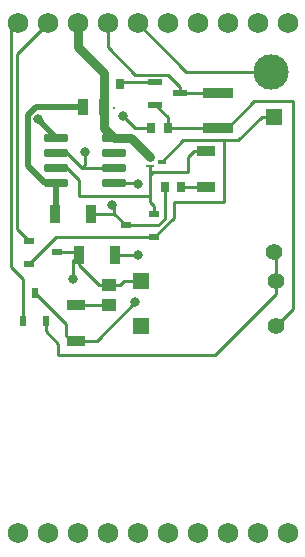
<source format=gbr>
%TF.GenerationSoftware,KiCad,Pcbnew,8.0.8*%
%TF.CreationDate,2025-02-16T23:43:51-05:00*%
%TF.ProjectId,Precharge Module V2.1,50726563-6861-4726-9765-204d6f64756c,rev?*%
%TF.SameCoordinates,Original*%
%TF.FileFunction,Copper,L1,Top*%
%TF.FilePolarity,Positive*%
%FSLAX46Y46*%
G04 Gerber Fmt 4.6, Leading zero omitted, Abs format (unit mm)*
G04 Created by KiCad (PCBNEW 8.0.8) date 2025-02-16 23:43:51*
%MOMM*%
%LPD*%
G01*
G04 APERTURE LIST*
G04 Aperture macros list*
%AMRoundRect*
0 Rectangle with rounded corners*
0 $1 Rounding radius*
0 $2 $3 $4 $5 $6 $7 $8 $9 X,Y pos of 4 corners*
0 Add a 4 corners polygon primitive as box body*
4,1,4,$2,$3,$4,$5,$6,$7,$8,$9,$2,$3,0*
0 Add four circle primitives for the rounded corners*
1,1,$1+$1,$2,$3*
1,1,$1+$1,$4,$5*
1,1,$1+$1,$6,$7*
1,1,$1+$1,$8,$9*
0 Add four rect primitives between the rounded corners*
20,1,$1+$1,$2,$3,$4,$5,0*
20,1,$1+$1,$4,$5,$6,$7,0*
20,1,$1+$1,$6,$7,$8,$9,0*
20,1,$1+$1,$8,$9,$2,$3,0*%
G04 Aperture macros list end*
%TA.AperFunction,SMDPad,CuDef*%
%ADD10R,1.600200X0.863600*%
%TD*%
%TA.AperFunction,SMDPad,CuDef*%
%ADD11R,0.660400X0.279400*%
%TD*%
%TA.AperFunction,SMDPad,CuDef*%
%ADD12R,0.660400X0.381000*%
%TD*%
%TA.AperFunction,ComponentPad*%
%ADD13R,1.397000X1.397000*%
%TD*%
%TA.AperFunction,ComponentPad*%
%ADD14C,1.397000*%
%TD*%
%TA.AperFunction,SMDPad,CuDef*%
%ADD15R,0.558800X0.863600*%
%TD*%
%TA.AperFunction,ComponentPad*%
%ADD16C,3.000000*%
%TD*%
%TA.AperFunction,SMDPad,CuDef*%
%ADD17R,1.219200X0.558800*%
%TD*%
%TA.AperFunction,SMDPad,CuDef*%
%ADD18R,0.711200X0.939800*%
%TD*%
%TA.AperFunction,SMDPad,CuDef*%
%ADD19R,2.500000X0.955600*%
%TD*%
%TA.AperFunction,SMDPad,CuDef*%
%ADD20R,0.863600X0.558800*%
%TD*%
%TA.AperFunction,SMDPad,CuDef*%
%ADD21R,1.193800X1.016000*%
%TD*%
%TA.AperFunction,SMDPad,CuDef*%
%ADD22R,0.855600X1.600000*%
%TD*%
%TA.AperFunction,ComponentPad*%
%ADD23C,1.750000*%
%TD*%
%TA.AperFunction,SMDPad,CuDef*%
%ADD24RoundRect,0.075000X-0.910000X-0.225000X0.910000X-0.225000X0.910000X0.225000X-0.910000X0.225000X0*%
%TD*%
%TA.AperFunction,SMDPad,CuDef*%
%ADD25R,0.812800X1.346200*%
%TD*%
%TA.AperFunction,ViaPad*%
%ADD26C,0.800000*%
%TD*%
%TA.AperFunction,Conductor*%
%ADD27C,0.250000*%
%TD*%
%TA.AperFunction,Conductor*%
%ADD28C,0.500000*%
%TD*%
%TA.AperFunction,Conductor*%
%ADD29C,0.750000*%
%TD*%
%TA.AperFunction,Conductor*%
%ADD30C,0.200000*%
%TD*%
G04 APERTURE END LIST*
D10*
%TO.P,D3,1,K*%
%TO.N,Net-(D3-K)*%
X55750000Y-49202000D03*
%TO.P,D3,2,A*%
%TO.N,Net-(D3-A)*%
X55750000Y-52250000D03*
%TD*%
D11*
%TO.P,Q4,1,D*%
%TO.N,Net-(Q4-D)*%
X62000000Y-36699900D03*
%TO.P,Q4,2,G*%
%TO.N,Net-(D2-A)*%
X62000000Y-37500000D03*
D12*
%TO.P,Q4,3,S*%
%TO.N,Net-(Q3-G)*%
X62990600Y-37099950D03*
%TD*%
D13*
%TO.P,R6,1*%
%TO.N,Net-(Q4-D)*%
X61250000Y-51000000D03*
D14*
%TO.P,R6,2*%
%TO.N,Net-(Q1-E)*%
X72680000Y-51000000D03*
%TD*%
D15*
%TO.P,Q2,1,D*%
%TO.N,Net-(Q2-D)*%
X51297500Y-50637600D03*
%TO.P,Q2,2,G*%
%TO.N,Net-(Q2-G)*%
X53202500Y-50637600D03*
%TO.P,Q2,3,S*%
%TO.N,Net-(D3-A)*%
X52250000Y-48250000D03*
%TD*%
D16*
%TO.P,PC COIL -,1,1*%
%TO.N,Net-(D3-A)*%
X72250000Y-29500000D03*
%TD*%
D17*
%TO.P,Q1,1,B*%
%TO.N,Net-(Q1-B)*%
X62433200Y-30369000D03*
%TO.P,Q1,2,E*%
%TO.N,Net-(Q1-E)*%
X62433200Y-32274000D03*
%TO.P,Q1,3,C*%
%TO.N,Net-(Q1-C)*%
X64566800Y-31321500D03*
%TD*%
D18*
%TO.P,R3,1*%
%TO.N,Net-(D2-K)*%
X64647000Y-39250000D03*
%TO.P,R3,2*%
%TO.N,Net-(Q1-C)*%
X63250000Y-39250000D03*
%TD*%
D19*
%TO.P,C3,1*%
%TO.N,Net-(Q1-E)*%
X67750000Y-34227801D03*
%TO.P,C3,2*%
%TO.N,Net-(Q1-C)*%
X67750000Y-31272199D03*
%TD*%
D20*
%TO.P,Q5,1,D*%
%TO.N,Net-(Q3-G)*%
X62387600Y-43452500D03*
%TO.P,Q5,2,G*%
%TO.N,Net-(D2-A)*%
X62387600Y-41547500D03*
%TO.P,Q5,3,S*%
%TO.N,Net-(Q1-C)*%
X60000000Y-42500000D03*
%TD*%
D10*
%TO.P,D2,1,K*%
%TO.N,Net-(D2-K)*%
X66750000Y-39274000D03*
%TO.P,D2,2,A*%
%TO.N,Net-(D2-A)*%
X66750000Y-36226000D03*
%TD*%
D21*
%TO.P,R9,1*%
%TO.N,Net-(Q1-C)*%
X58500000Y-47548200D03*
%TO.P,R9,2*%
%TO.N,Net-(D3-K)*%
X58500000Y-49250000D03*
%TD*%
D13*
%TO.P,R8,1*%
%TO.N,Net-(Q1-C)*%
X61250000Y-47250000D03*
D14*
%TO.P,R8,2*%
%TO.N,Net-(Q2-G)*%
X72680000Y-47250000D03*
%TD*%
D22*
%TO.P,C1,1*%
%TO.N,Net-(U1-R)*%
X53972199Y-41500000D03*
%TO.P,C1,2*%
%TO.N,Net-(Q1-C)*%
X57027801Y-41500000D03*
%TD*%
%TO.P,C2,1*%
%TO.N,Net-(U1-CV)*%
X59027801Y-45000000D03*
%TO.P,C2,2*%
%TO.N,Net-(Q1-C)*%
X55972199Y-45000000D03*
%TD*%
D18*
%TO.P,R5,1*%
%TO.N,Net-(Q4-D)*%
X58103000Y-30500000D03*
%TO.P,R5,2*%
%TO.N,Net-(Q1-B)*%
X59500000Y-30500000D03*
%TD*%
D13*
%TO.P,R7,1*%
%TO.N,Net-(Q3-G)*%
X72500000Y-33285000D03*
D14*
%TO.P,R7,2*%
%TO.N,Net-(Q2-G)*%
X72500000Y-44715000D03*
%TD*%
D18*
%TO.P,R4,1*%
%TO.N,Net-(U1-THR)*%
X62103000Y-34250000D03*
%TO.P,R4,2*%
%TO.N,Net-(Q1-E)*%
X63500000Y-34250000D03*
%TD*%
D23*
%TO.P,J2,1,1*%
%TO.N,N/C*%
X50800000Y-68580000D03*
%TO.P,J2,2,2*%
X53340000Y-68580000D03*
%TO.P,J2,3,3*%
X55880000Y-68580000D03*
%TO.P,J2,4,4*%
X58420000Y-68580000D03*
%TO.P,J2,5,5*%
X60960000Y-68580000D03*
%TO.P,J2,6,6*%
X63500000Y-68580000D03*
%TO.P,J2,7,7*%
X66040000Y-68580000D03*
%TO.P,J2,8,8*%
X68580000Y-68580000D03*
%TO.P,J2,9,9*%
X71120000Y-68580000D03*
%TO.P,J2,10,10*%
X73660000Y-68580000D03*
%TD*%
D24*
%TO.P,U1,1,GND*%
%TO.N,Net-(Q1-C)*%
X54030000Y-35095000D03*
%TO.P,U1,2,TR*%
%TO.N,Net-(U1-THR)*%
X54030000Y-36365000D03*
%TO.P,U1,3,Q*%
%TO.N,Net-(D2-A)*%
X54030000Y-37635000D03*
%TO.P,U1,4,R*%
%TO.N,Net-(U1-R)*%
X54030000Y-38905000D03*
%TO.P,U1,5,CV*%
%TO.N,Net-(U1-CV)*%
X58970000Y-38905000D03*
%TO.P,U1,6,THR*%
%TO.N,Net-(U1-THR)*%
X58970000Y-37635000D03*
%TO.P,U1,7,DIS*%
%TO.N,unconnected-(U1-DIS-Pad7)*%
X58970000Y-36365000D03*
%TO.P,U1,8,VCC*%
%TO.N,Net-(Q4-D)*%
X58970000Y-35095000D03*
%TD*%
D25*
%TO.P,R1,1*%
%TO.N,Net-(U1-R)*%
X56348300Y-32500000D03*
%TO.P,R1,2*%
%TO.N,Net-(Q4-D)*%
X58151700Y-32500000D03*
%TD*%
D23*
%TO.P,J1,1,1*%
%TO.N,Net-(Q2-D)*%
X50800000Y-25400000D03*
%TO.P,J1,2,2*%
%TO.N,Net-(Q3-D)*%
X53340000Y-25400000D03*
%TO.P,J1,3,3*%
%TO.N,Net-(Q4-D)*%
X55880000Y-25400000D03*
%TO.P,J1,4,4*%
%TO.N,Net-(Q1-C)*%
X58420000Y-25400000D03*
%TO.P,J1,5,5*%
%TO.N,Net-(D3-A)*%
X60960000Y-25400000D03*
%TO.P,J1,6,6*%
%TO.N,unconnected-(J1-Pad6)*%
X63500000Y-25400000D03*
%TO.P,J1,7,7*%
%TO.N,unconnected-(J1-Pad7)*%
X66040000Y-25400000D03*
%TO.P,J1,8,8*%
%TO.N,unconnected-(J1-Pad8)*%
X68580000Y-25400000D03*
%TO.P,J1,9,9*%
%TO.N,unconnected-(J1-Pad9)*%
X71120000Y-25400000D03*
%TO.P,J1,10,10*%
%TO.N,unconnected-(J1-Pad10)*%
X73660000Y-25400000D03*
%TD*%
D20*
%TO.P,Q3,1,D*%
%TO.N,Net-(Q3-D)*%
X51750000Y-43845000D03*
%TO.P,Q3,2,G*%
%TO.N,Net-(Q3-G)*%
X51750000Y-45750000D03*
%TO.P,Q3,3,S*%
%TO.N,Net-(Q1-C)*%
X54137600Y-44797500D03*
%TD*%
D26*
%TO.N,Net-(Q1-C)*%
X55500000Y-47000000D03*
X52500000Y-33500000D03*
X58750000Y-40750000D03*
%TO.N,Net-(U1-CV)*%
X61000000Y-39000000D03*
X61000000Y-45000000D03*
%TO.N,Net-(D3-A)*%
X60750000Y-49000000D03*
%TO.N,Net-(U1-THR)*%
X56500000Y-36250000D03*
X59750000Y-33250000D03*
%TD*%
D27*
%TO.N,Net-(Q1-C)*%
X58500000Y-47548200D02*
X57653100Y-47548200D01*
X59794900Y-47250000D02*
X59496700Y-47548200D01*
X58420000Y-27420000D02*
X58420000Y-25400000D01*
X67700699Y-31321500D02*
X67750000Y-31272199D01*
X59000000Y-41000000D02*
X58750000Y-40750000D01*
X64566800Y-31321500D02*
X64566800Y-30792100D01*
X63250000Y-39250000D02*
X63250000Y-41946300D01*
X55769699Y-44797500D02*
X55972199Y-45000000D01*
X63250000Y-41946300D02*
X62696300Y-42500000D01*
X64566800Y-30792100D02*
X63524700Y-29750000D01*
X63524700Y-29750000D02*
X60750000Y-29750000D01*
X59000000Y-41500000D02*
X60000000Y-42500000D01*
X55500000Y-45472199D02*
X55972199Y-45000000D01*
X57653100Y-47548200D02*
X55972199Y-45867299D01*
X54000000Y-35065000D02*
X54030000Y-35095000D01*
X62696300Y-42500000D02*
X60000000Y-42500000D01*
X59000000Y-41500000D02*
X59000000Y-41000000D01*
X61250000Y-47250000D02*
X59794900Y-47250000D01*
X64566800Y-31321500D02*
X67700699Y-31321500D01*
X55972199Y-45867299D02*
X55972199Y-45000000D01*
X54137600Y-44797500D02*
X55769699Y-44797500D01*
D28*
X54000000Y-35000000D02*
X54000000Y-35065000D01*
D27*
X57027801Y-41500000D02*
X59000000Y-41500000D01*
X55500000Y-47000000D02*
X55500000Y-45472199D01*
D28*
X52500000Y-33500000D02*
X54000000Y-35000000D01*
D27*
X60750000Y-29750000D02*
X58420000Y-27420000D01*
X59496700Y-47548200D02*
X58500000Y-47548200D01*
%TO.N,Net-(U1-CV)*%
X59027801Y-45000000D02*
X61000000Y-45000000D01*
X60905000Y-38905000D02*
X61000000Y-39000000D01*
X58970000Y-38905000D02*
X60905000Y-38905000D01*
D28*
%TO.N,Net-(U1-R)*%
X56348300Y-32500000D02*
X52368629Y-32500000D01*
X53105000Y-38905000D02*
X54030000Y-38905000D01*
X52368629Y-32500000D02*
X51700000Y-33168629D01*
X54030000Y-41442199D02*
X53972199Y-41500000D01*
X51700000Y-37500000D02*
X53105000Y-38905000D01*
X54030000Y-38905000D02*
X54030000Y-41442199D01*
X51700000Y-33168629D02*
X51700000Y-37500000D01*
D27*
%TO.N,Net-(D2-K)*%
X66726000Y-39250000D02*
X66750000Y-39274000D01*
X64647000Y-39250000D02*
X66726000Y-39250000D01*
%TO.N,Net-(D2-A)*%
X62000000Y-40000000D02*
X62000000Y-38250000D01*
X56000000Y-38620001D02*
X56000000Y-40000000D01*
X54030000Y-37635000D02*
X55014999Y-37635000D01*
X62000000Y-40500000D02*
X62387600Y-40887600D01*
X62000000Y-40000000D02*
X62000000Y-40500000D01*
X55014999Y-37635000D02*
X56000000Y-38620001D01*
X62250000Y-38000000D02*
X62000000Y-38250000D01*
X66750000Y-36226000D02*
X65699900Y-36226000D01*
X65250000Y-36675900D02*
X65250000Y-38000000D01*
X56000000Y-40000000D02*
X62000000Y-40000000D01*
X62387600Y-40887600D02*
X62387600Y-41547500D01*
X65699900Y-36226000D02*
X65250000Y-36675900D01*
X65250000Y-38000000D02*
X62250000Y-38000000D01*
X62000000Y-38250000D02*
X62000000Y-37500000D01*
%TO.N,Net-(D3-A)*%
X54875700Y-50875700D02*
X54875700Y-51819178D01*
X52250000Y-48250000D02*
X54875700Y-50875700D01*
X65060000Y-29500000D02*
X60960000Y-25400000D01*
X57500000Y-52250000D02*
X60750000Y-49000000D01*
X55750000Y-52250000D02*
X57500000Y-52250000D01*
X72250000Y-29500000D02*
X65060000Y-29500000D01*
X55306522Y-52250000D02*
X55750000Y-52250000D01*
X54875700Y-51819178D02*
X55306522Y-52250000D01*
%TO.N,Net-(D3-K)*%
X58452000Y-49202000D02*
X58500000Y-49250000D01*
X55750000Y-49202000D02*
X58452000Y-49202000D01*
%TO.N,Net-(Q2-D)*%
X50250000Y-25950000D02*
X50800000Y-25400000D01*
X51297500Y-47047500D02*
X50250000Y-46000000D01*
X50250000Y-46000000D02*
X50250000Y-25950000D01*
X51297500Y-50637600D02*
X51297500Y-47047500D01*
%TO.N,Net-(Q3-D)*%
X53340000Y-25400000D02*
X50750000Y-27990000D01*
X50750000Y-27990000D02*
X50750000Y-42845000D01*
X50750000Y-42845000D02*
X51750000Y-43845000D01*
%TO.N,Net-(Q1-E)*%
X74138000Y-49542000D02*
X74138000Y-32000000D01*
X62433200Y-32274000D02*
X63500000Y-33340800D01*
X63500000Y-33340800D02*
X63500000Y-34250000D01*
X67750000Y-34227801D02*
X63522199Y-34227801D01*
X63522199Y-34227801D02*
X63500000Y-34250000D01*
X74138000Y-32000000D02*
X70825179Y-32000000D01*
X68597378Y-34227801D02*
X67750000Y-34227801D01*
X70825179Y-32000000D02*
X68597378Y-34227801D01*
X72680000Y-51000000D02*
X74138000Y-49542000D01*
%TO.N,Net-(Q1-B)*%
X62433200Y-30369000D02*
X59631000Y-30369000D01*
X59631000Y-30369000D02*
X59500000Y-30500000D01*
%TO.N,Net-(Q2-G)*%
X54250000Y-52531900D02*
X54250000Y-53500000D01*
X54250000Y-53500000D02*
X67500000Y-53500000D01*
X72680000Y-47250000D02*
X72680000Y-44895000D01*
X53202500Y-50637600D02*
X53202500Y-51484400D01*
X67500000Y-53500000D02*
X72680000Y-48320000D01*
X53202500Y-51484400D02*
X54250000Y-52531900D01*
X72680000Y-44895000D02*
X72500000Y-44715000D01*
X72680000Y-48320000D02*
X72680000Y-47250000D01*
%TO.N,Net-(U1-THR)*%
X60750000Y-34250000D02*
X62103000Y-34250000D01*
X56284999Y-37635000D02*
X58970000Y-37635000D01*
X56500000Y-36250000D02*
X56500000Y-37419999D01*
X59750000Y-33250000D02*
X60750000Y-34250000D01*
X54030000Y-36365000D02*
X55014999Y-36365000D01*
X56500000Y-37419999D02*
X56284999Y-37635000D01*
X55014999Y-36365000D02*
X56284999Y-37635000D01*
D29*
%TO.N,Net-(Q4-D)*%
X58151700Y-32500000D02*
X58151700Y-34276700D01*
X58151700Y-34276700D02*
X58970000Y-35095000D01*
X58103000Y-29603000D02*
X58103000Y-30500000D01*
X55880000Y-27380000D02*
X58103000Y-29603000D01*
X60395100Y-35095000D02*
X62000000Y-36699900D01*
D30*
X58970000Y-32530000D02*
X59000000Y-32500000D01*
D29*
X55880000Y-25400000D02*
X55880000Y-27380000D01*
X58103000Y-30500000D02*
X58103000Y-32451300D01*
X58970000Y-35095000D02*
X60395100Y-35095000D01*
X58103000Y-32451300D02*
X58151700Y-32500000D01*
D27*
%TO.N,Net-(Q3-G)*%
X62990600Y-37099950D02*
X64840550Y-35250000D01*
X54047500Y-43452500D02*
X62387600Y-43452500D01*
X68250000Y-40500000D02*
X64000000Y-40500000D01*
X51750000Y-45750000D02*
X54047500Y-43452500D01*
X64000000Y-40500000D02*
X64000000Y-41840100D01*
X69500000Y-35250000D02*
X68250000Y-35250000D01*
X64000000Y-41840100D02*
X62387600Y-43452500D01*
X71465000Y-33285000D02*
X69500000Y-35250000D01*
X68250000Y-35250000D02*
X68250000Y-40500000D01*
X64840550Y-35250000D02*
X68250000Y-35250000D01*
X72500000Y-33285000D02*
X71465000Y-33285000D01*
X72500000Y-32785000D02*
X71965000Y-32785000D01*
%TD*%
M02*

</source>
